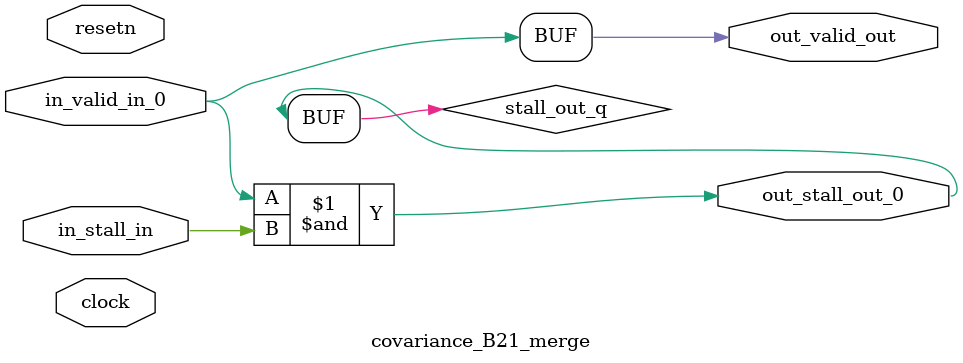
<source format=sv>



(* altera_attribute = "-name AUTO_SHIFT_REGISTER_RECOGNITION OFF; -name MESSAGE_DISABLE 10036; -name MESSAGE_DISABLE 10037; -name MESSAGE_DISABLE 14130; -name MESSAGE_DISABLE 14320; -name MESSAGE_DISABLE 15400; -name MESSAGE_DISABLE 14130; -name MESSAGE_DISABLE 10036; -name MESSAGE_DISABLE 12020; -name MESSAGE_DISABLE 12030; -name MESSAGE_DISABLE 12010; -name MESSAGE_DISABLE 12110; -name MESSAGE_DISABLE 14320; -name MESSAGE_DISABLE 13410; -name MESSAGE_DISABLE 113007; -name MESSAGE_DISABLE 10958" *)
module covariance_B21_merge (
    input wire [0:0] in_stall_in,
    input wire [0:0] in_valid_in_0,
    output wire [0:0] out_stall_out_0,
    output wire [0:0] out_valid_out,
    input wire clock,
    input wire resetn
    );

    wire [0:0] stall_out_q;


    // stall_out(LOGICAL,6)
    assign stall_out_q = in_valid_in_0 & in_stall_in;

    // out_stall_out_0(GPOUT,4)
    assign out_stall_out_0 = stall_out_q;

    // out_valid_out(GPOUT,5)
    assign out_valid_out = in_valid_in_0;

endmodule

</source>
